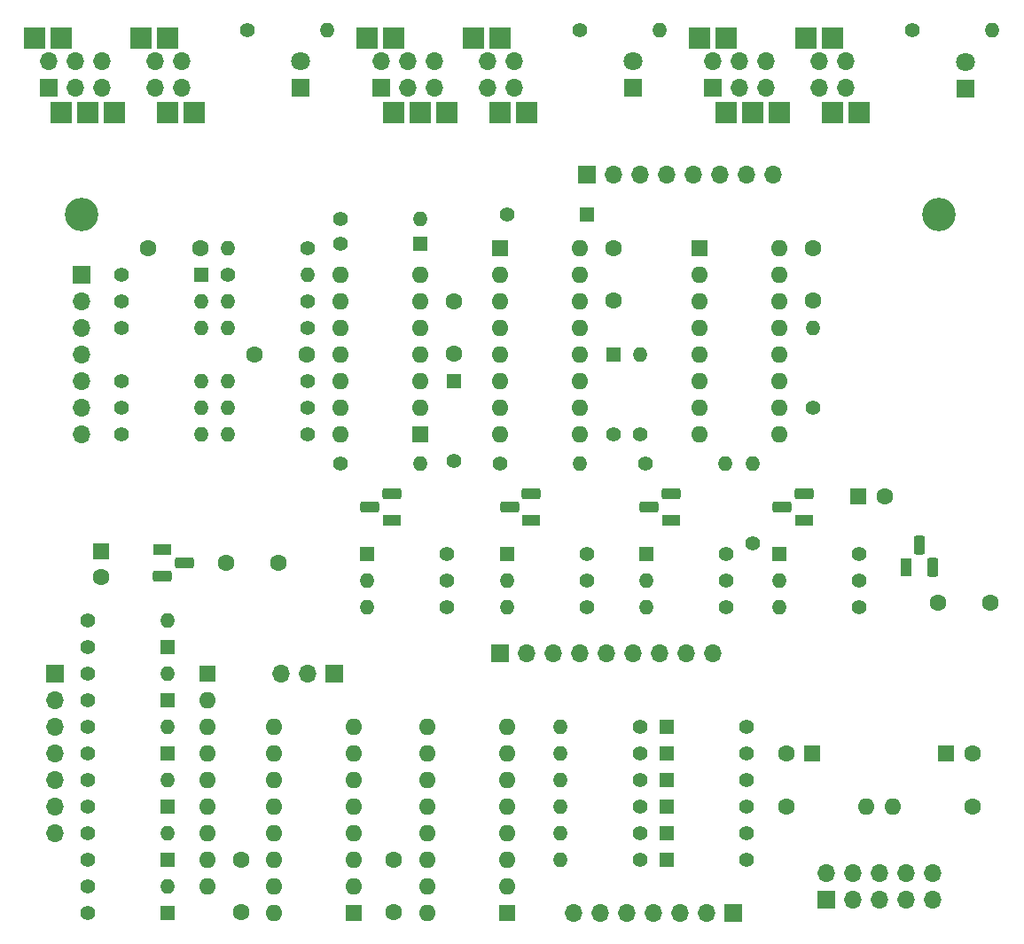
<source format=gbr>
%TF.GenerationSoftware,KiCad,Pcbnew,7.0.10*%
%TF.CreationDate,2024-11-14T14:37:11+00:00*%
%TF.ProjectId,DividerSwitch-R,44697669-6465-4725-9377-697463682d52,rev?*%
%TF.SameCoordinates,Original*%
%TF.FileFunction,Soldermask,Top*%
%TF.FilePolarity,Negative*%
%FSLAX46Y46*%
G04 Gerber Fmt 4.6, Leading zero omitted, Abs format (unit mm)*
G04 Created by KiCad (PCBNEW 7.0.10) date 2024-11-14 14:37:11*
%MOMM*%
%LPD*%
G01*
G04 APERTURE LIST*
G04 Aperture macros list*
%AMRoundRect*
0 Rectangle with rounded corners*
0 $1 Rounding radius*
0 $2 $3 $4 $5 $6 $7 $8 $9 X,Y pos of 4 corners*
0 Add a 4 corners polygon primitive as box body*
4,1,4,$2,$3,$4,$5,$6,$7,$8,$9,$2,$3,0*
0 Add four circle primitives for the rounded corners*
1,1,$1+$1,$2,$3*
1,1,$1+$1,$4,$5*
1,1,$1+$1,$6,$7*
1,1,$1+$1,$8,$9*
0 Add four rect primitives between the rounded corners*
20,1,$1+$1,$2,$3,$4,$5,0*
20,1,$1+$1,$4,$5,$6,$7,0*
20,1,$1+$1,$6,$7,$8,$9,0*
20,1,$1+$1,$8,$9,$2,$3,0*%
G04 Aperture macros list end*
%ADD10R,1.400000X1.400000*%
%ADD11C,1.400000*%
%ADD12R,2.000000X2.000000*%
%ADD13O,1.400000X1.400000*%
%ADD14R,1.700000X1.700000*%
%ADD15O,1.700000X1.700000*%
%ADD16C,1.600000*%
%ADD17R,1.600000X1.600000*%
%ADD18O,1.600000X1.600000*%
%ADD19R,1.800000X1.100000*%
%ADD20RoundRect,0.275000X-0.625000X0.275000X-0.625000X-0.275000X0.625000X-0.275000X0.625000X0.275000X0*%
%ADD21RoundRect,0.275000X0.625000X-0.275000X0.625000X0.275000X-0.625000X0.275000X-0.625000X-0.275000X0*%
%ADD22C,3.200000*%
%ADD23R,1.100000X1.800000*%
%ADD24RoundRect,0.275000X-0.275000X-0.625000X0.275000X-0.625000X0.275000X0.625000X-0.275000X0.625000X0*%
%ADD25R,1.800000X1.800000*%
%ADD26C,1.800000*%
G04 APERTURE END LIST*
D10*
%TO.C,D20*%
X158877000Y-119126000D03*
D11*
X166497000Y-119126000D03*
%TD*%
D12*
%TO.C,REF\u002A\u002A*%
X103632000Y-60452000D03*
%TD*%
%TO.C,REF\u002A\u002A*%
X167098000Y-60452000D03*
%TD*%
%TO.C,REF\u002A\u002A*%
X174718000Y-60452000D03*
%TD*%
D10*
%TO.C,D6*%
X111252000Y-111506000D03*
D11*
X103632000Y-111506000D03*
%TD*%
D12*
%TO.C,REF\u002A\u002A*%
X142968000Y-60452000D03*
%TD*%
D11*
%TO.C,R23*%
X103632000Y-119126000D03*
D13*
X111252000Y-119126000D03*
%TD*%
D12*
%TO.C,REF\u002A\u002A*%
X174718000Y-53340000D03*
%TD*%
%TO.C,REF\u002A\u002A*%
X98552000Y-53340000D03*
%TD*%
D10*
%TO.C,D4*%
X135382000Y-73025000D03*
D11*
X127762000Y-73025000D03*
%TD*%
D14*
%TO.C,SW2*%
X131606000Y-58136000D03*
D15*
X134146000Y-58136000D03*
X141766000Y-58136000D03*
X144306000Y-58136000D03*
X136686000Y-58136000D03*
X131606000Y-55596000D03*
X134146000Y-55596000D03*
X141766000Y-55596000D03*
X144306000Y-55596000D03*
X136686000Y-55596000D03*
%TD*%
D11*
%TO.C,R1*%
X116967000Y-75946000D03*
D13*
X124587000Y-75946000D03*
%TD*%
D16*
%TO.C,C7*%
X132842000Y-131866000D03*
X132842000Y-136866000D03*
%TD*%
D11*
%TO.C,R12*%
X106807000Y-88646000D03*
D13*
X114427000Y-88646000D03*
%TD*%
D10*
%TO.C,D23*%
X158877000Y-126746000D03*
D11*
X166497000Y-126746000D03*
%TD*%
%TO.C,R10*%
X150622000Y-52578000D03*
D13*
X158242000Y-52578000D03*
%TD*%
D14*
%TO.C,J5*%
X165227000Y-136906000D03*
D15*
X162687000Y-136906000D03*
X160147000Y-136906000D03*
X157607000Y-136906000D03*
X155067000Y-136906000D03*
X152527000Y-136906000D03*
X149987000Y-136906000D03*
%TD*%
D16*
%TO.C,C6*%
X172847000Y-78446000D03*
X172847000Y-73446000D03*
%TD*%
D11*
%TO.C,R34*%
X156337000Y-124206000D03*
D13*
X148717000Y-124206000D03*
%TD*%
D11*
%TO.C,R5*%
X124587000Y-81026000D03*
D13*
X116967000Y-81026000D03*
%TD*%
D11*
%TO.C,R9*%
X124587000Y-86106000D03*
D13*
X116967000Y-86106000D03*
%TD*%
D11*
%TO.C,R31*%
X164592000Y-105156000D03*
D13*
X156972000Y-105156000D03*
%TD*%
D11*
%TO.C,R43*%
X177292000Y-107696000D03*
D13*
X169672000Y-107696000D03*
%TD*%
D17*
%TO.C,U1*%
X135382000Y-91186000D03*
D18*
X135382000Y-88646000D03*
X135382000Y-86106000D03*
X135382000Y-83566000D03*
X135382000Y-81026000D03*
X135382000Y-78486000D03*
X135382000Y-75946000D03*
X127762000Y-75946000D03*
X127762000Y-78486000D03*
X127762000Y-81026000D03*
X127762000Y-83566000D03*
X127762000Y-86106000D03*
X127762000Y-88646000D03*
X127762000Y-91186000D03*
%TD*%
D17*
%TO.C,C2*%
X185587000Y-121666000D03*
D16*
X188087000Y-121666000D03*
%TD*%
%TO.C,C5*%
X153797000Y-78446000D03*
X153797000Y-73446000D03*
%TD*%
D11*
%TO.C,R22*%
X167132000Y-101600000D03*
D13*
X167132000Y-93980000D03*
%TD*%
D11*
%TO.C,R39*%
X156337000Y-131826000D03*
D13*
X148717000Y-131826000D03*
%TD*%
D11*
%TO.C,R30*%
X151257000Y-105156000D03*
D13*
X143637000Y-105156000D03*
%TD*%
D12*
%TO.C,REF\u002A\u002A*%
X108712000Y-53340000D03*
%TD*%
D10*
%TO.C,D14*%
X156972000Y-102616000D03*
D11*
X164592000Y-102616000D03*
%TD*%
D10*
%TO.C,D10*%
X111252000Y-126746000D03*
D11*
X103632000Y-126746000D03*
%TD*%
D12*
%TO.C,REF\u002A\u002A*%
X140428000Y-53340000D03*
%TD*%
D16*
%TO.C,FB2*%
X188087000Y-126746000D03*
D18*
X180467000Y-126746000D03*
%TD*%
D10*
%TO.C,D7*%
X111252000Y-116586000D03*
D11*
X103632000Y-116586000D03*
%TD*%
D12*
%TO.C,REF\u002A\u002A*%
X111252000Y-53340000D03*
%TD*%
D14*
%TO.C,J1*%
X102997000Y-75946000D03*
D15*
X102997000Y-78486000D03*
X102997000Y-81026000D03*
X102997000Y-83566000D03*
X102997000Y-86106000D03*
X102997000Y-88646000D03*
X102997000Y-91186000D03*
%TD*%
D14*
%TO.C,SW3*%
X99847400Y-58140600D03*
D15*
X102387400Y-58140600D03*
X110007400Y-58140600D03*
X112547400Y-58140600D03*
X104927400Y-58140600D03*
X99847400Y-55600600D03*
X102387400Y-55600600D03*
X110007400Y-55600600D03*
X112547400Y-55600600D03*
X104927400Y-55600600D03*
%TD*%
D12*
%TO.C,REF\u002A\u002A*%
X164558000Y-53340000D03*
%TD*%
D10*
%TO.C,D22*%
X158877000Y-121666000D03*
D11*
X166497000Y-121666000D03*
%TD*%
D16*
%TO.C,C4*%
X119547000Y-83566000D03*
X124547000Y-83566000D03*
%TD*%
D14*
%TO.C,J2*%
X151257000Y-66421000D03*
D15*
X153797000Y-66421000D03*
X156337000Y-66421000D03*
X158877000Y-66421000D03*
X161417000Y-66421000D03*
X163957000Y-66421000D03*
X166497000Y-66421000D03*
X169037000Y-66421000D03*
%TD*%
D17*
%TO.C,C11*%
X177205000Y-97155000D03*
D16*
X179705000Y-97155000D03*
%TD*%
D17*
%TO.C,U4*%
X143637000Y-136906000D03*
D18*
X143637000Y-134366000D03*
X143637000Y-131826000D03*
X143637000Y-129286000D03*
X143637000Y-126746000D03*
X143637000Y-124206000D03*
X143637000Y-121666000D03*
X143637000Y-119126000D03*
X136017000Y-119126000D03*
X136017000Y-121666000D03*
X136017000Y-124206000D03*
X136017000Y-126746000D03*
X136017000Y-129286000D03*
X136017000Y-131826000D03*
X136017000Y-134366000D03*
X136017000Y-136906000D03*
%TD*%
D12*
%TO.C,REF\u002A\u002A*%
X113792000Y-60452000D03*
%TD*%
D11*
%TO.C,R15*%
X156337000Y-91186000D03*
D13*
X156337000Y-83566000D03*
%TD*%
D10*
%TO.C,D3*%
X138557000Y-86106000D03*
D11*
X138557000Y-93726000D03*
%TD*%
D12*
%TO.C,REF\u002A\u002A*%
X142968000Y-53340000D03*
%TD*%
D11*
%TO.C,R19*%
X127762000Y-93980000D03*
D13*
X135382000Y-93980000D03*
%TD*%
D16*
%TO.C,C3*%
X138557000Y-78486000D03*
X138557000Y-83486000D03*
%TD*%
D17*
%TO.C,U2*%
X143002000Y-73406000D03*
D18*
X143002000Y-75946000D03*
X143002000Y-78486000D03*
X143002000Y-81026000D03*
X143002000Y-83566000D03*
X143002000Y-86106000D03*
X143002000Y-88646000D03*
X143002000Y-91186000D03*
X150622000Y-91186000D03*
X150622000Y-88646000D03*
X150622000Y-86106000D03*
X150622000Y-83566000D03*
X150622000Y-81026000D03*
X150622000Y-78486000D03*
X150622000Y-75946000D03*
X150622000Y-73406000D03*
%TD*%
D10*
%TO.C,D11*%
X111252000Y-131826000D03*
D11*
X103632000Y-131826000D03*
%TD*%
%TO.C,R18*%
X106807000Y-91186000D03*
D13*
X114427000Y-91186000D03*
%TD*%
D14*
%TO.C,J4*%
X100457000Y-114046000D03*
D15*
X100457000Y-116586000D03*
X100457000Y-119126000D03*
X100457000Y-121666000D03*
X100457000Y-124206000D03*
X100457000Y-126746000D03*
X100457000Y-129286000D03*
%TD*%
D14*
%TO.C,SW1*%
X163322000Y-58140600D03*
D15*
X165862000Y-58140600D03*
X173482000Y-58140600D03*
X176022000Y-58140600D03*
X168402000Y-58140600D03*
X163322000Y-55600600D03*
X165862000Y-55600600D03*
X173482000Y-55600600D03*
X176022000Y-55600600D03*
X168402000Y-55600600D03*
%TD*%
D19*
%TO.C,U8*%
X110725000Y-102235000D03*
D20*
X112795000Y-103505000D03*
X110725000Y-104775000D03*
%TD*%
D12*
%TO.C,REF\u002A\u002A*%
X169672000Y-60452000D03*
%TD*%
%TO.C,REF\u002A\u002A*%
X172178000Y-53340000D03*
%TD*%
D10*
%TO.C,D5*%
X153797000Y-83566000D03*
D11*
X153797000Y-91186000D03*
%TD*%
%TO.C,R27*%
X172847000Y-88646000D03*
D13*
X172847000Y-81026000D03*
%TD*%
D12*
%TO.C,REF\u002A\u002A*%
X111252000Y-60452000D03*
%TD*%
D17*
%TO.C,RN1*%
X115062000Y-114046000D03*
D18*
X115062000Y-116586000D03*
X115062000Y-119126000D03*
X115062000Y-121666000D03*
X115062000Y-124206000D03*
X115062000Y-126746000D03*
X115062000Y-129286000D03*
X115062000Y-131826000D03*
X115062000Y-134366000D03*
%TD*%
D16*
%TO.C,C9*%
X114347000Y-73406000D03*
X109347000Y-73406000D03*
%TD*%
D11*
%TO.C,R16*%
X103632000Y-108966000D03*
D13*
X111252000Y-108966000D03*
%TD*%
D11*
%TO.C,R2*%
X124587000Y-78486000D03*
D13*
X116967000Y-78486000D03*
%TD*%
D11*
%TO.C,R37*%
X156337000Y-126746000D03*
D13*
X148717000Y-126746000D03*
%TD*%
D11*
%TO.C,R42*%
X164592000Y-107696000D03*
D13*
X156972000Y-107696000D03*
%TD*%
D19*
%TO.C,Q2*%
X145942000Y-99441000D03*
D21*
X143872000Y-98171000D03*
X145942000Y-96901000D03*
%TD*%
D12*
%TO.C,REF\u002A\u002A*%
X101092000Y-53340000D03*
%TD*%
D10*
%TO.C,D8*%
X111252000Y-121666000D03*
D11*
X103632000Y-121666000D03*
%TD*%
%TO.C,R17*%
X103632000Y-114046000D03*
D13*
X111252000Y-114046000D03*
%TD*%
D11*
%TO.C,R21*%
X156845000Y-93980000D03*
D13*
X164465000Y-93980000D03*
%TD*%
D11*
%TO.C,R40*%
X137922000Y-105156000D03*
D13*
X130302000Y-105156000D03*
%TD*%
D10*
%TO.C,D13*%
X143637000Y-102616000D03*
D11*
X151257000Y-102616000D03*
%TD*%
%TO.C,R38*%
X156337000Y-129286000D03*
D13*
X148717000Y-129286000D03*
%TD*%
D11*
%TO.C,R14*%
X118872000Y-52578000D03*
D13*
X126492000Y-52578000D03*
%TD*%
D10*
%TO.C,D15*%
X169672000Y-102616000D03*
D11*
X177292000Y-102616000D03*
%TD*%
D12*
%TO.C,REF\u002A\u002A*%
X162018000Y-53340000D03*
%TD*%
D11*
%TO.C,R20*%
X143002000Y-93980000D03*
D13*
X150622000Y-93980000D03*
%TD*%
D11*
%TO.C,R35*%
X156337000Y-119126000D03*
D13*
X148717000Y-119126000D03*
%TD*%
D17*
%TO.C,C1*%
X172807000Y-121666000D03*
D16*
X170307000Y-121666000D03*
%TD*%
D10*
%TO.C,D9*%
X151257000Y-70231000D03*
D11*
X143637000Y-70231000D03*
%TD*%
%TO.C,R8*%
X106807000Y-86106000D03*
D13*
X114427000Y-86106000D03*
%TD*%
D12*
%TO.C,REF\u002A\u002A*%
X164558000Y-60452000D03*
%TD*%
D10*
%TO.C,D24*%
X158877000Y-129286000D03*
D11*
X166497000Y-129286000D03*
%TD*%
D19*
%TO.C,Q3*%
X159277000Y-99441000D03*
D21*
X157207000Y-98171000D03*
X159277000Y-96901000D03*
%TD*%
D11*
%TO.C,R33*%
X103632000Y-134366000D03*
D13*
X111252000Y-134366000D03*
%TD*%
D22*
%TO.C,REF\u002A\u002A*%
X102997000Y-70231000D03*
%TD*%
D17*
%TO.C,C13*%
X104902000Y-102362000D03*
D16*
X104902000Y-104862000D03*
%TD*%
D12*
%TO.C,REF\u002A\u002A*%
X137922000Y-60452000D03*
%TD*%
D11*
%TO.C,R41*%
X151257000Y-107696000D03*
D13*
X143637000Y-107696000D03*
%TD*%
D11*
%TO.C,R7*%
X124587000Y-73406000D03*
D13*
X116967000Y-73406000D03*
%TD*%
D16*
%TO.C,C8*%
X118237000Y-131826000D03*
X118237000Y-136826000D03*
%TD*%
D11*
%TO.C,R3*%
X106807000Y-78486000D03*
D13*
X114427000Y-78486000D03*
%TD*%
D12*
%TO.C,REF\u002A\u002A*%
X101092000Y-60452000D03*
%TD*%
D11*
%TO.C,R13*%
X124587000Y-88646000D03*
D13*
X116967000Y-88646000D03*
%TD*%
D14*
%TO.C,J3*%
X143002000Y-112141000D03*
D15*
X145542000Y-112141000D03*
X148082000Y-112141000D03*
X150622000Y-112141000D03*
X153162000Y-112141000D03*
X155702000Y-112141000D03*
X158242000Y-112141000D03*
X160782000Y-112141000D03*
X163322000Y-112141000D03*
%TD*%
D11*
%TO.C,R24*%
X124587000Y-91186000D03*
D13*
X116967000Y-91186000D03*
%TD*%
D10*
%TO.C,D25*%
X158877000Y-131826000D03*
D11*
X166497000Y-131826000D03*
%TD*%
D17*
%TO.C,U5*%
X129032000Y-136906000D03*
D18*
X129032000Y-134366000D03*
X129032000Y-131826000D03*
X129032000Y-129286000D03*
X129032000Y-126746000D03*
X129032000Y-124206000D03*
X129032000Y-121666000D03*
X129032000Y-119126000D03*
X121412000Y-119126000D03*
X121412000Y-121666000D03*
X121412000Y-124206000D03*
X121412000Y-126746000D03*
X121412000Y-129286000D03*
X121412000Y-131826000D03*
X121412000Y-134366000D03*
X121412000Y-136906000D03*
%TD*%
D11*
%TO.C,R28*%
X103632000Y-129286000D03*
D13*
X111252000Y-129286000D03*
%TD*%
D11*
%TO.C,R6*%
X182372000Y-52578000D03*
D13*
X189992000Y-52578000D03*
%TD*%
D16*
%TO.C,C12*%
X116840000Y-103505000D03*
X121840000Y-103505000D03*
%TD*%
D11*
%TO.C,R29*%
X137922000Y-107696000D03*
D13*
X130302000Y-107696000D03*
%TD*%
D22*
%TO.C,REF\u002A\u002A*%
X184912000Y-70231000D03*
%TD*%
D16*
%TO.C,C10*%
X184785000Y-107315000D03*
X189785000Y-107315000D03*
%TD*%
D11*
%TO.C,R4*%
X106807000Y-81026000D03*
D13*
X114427000Y-81026000D03*
%TD*%
D11*
%TO.C,R36*%
X156337000Y-121666000D03*
D13*
X148717000Y-121666000D03*
%TD*%
D12*
%TO.C,REF\u002A\u002A*%
X130268000Y-53340000D03*
%TD*%
D10*
%TO.C,D12*%
X130302000Y-102616000D03*
D11*
X137922000Y-102616000D03*
%TD*%
D23*
%TO.C,U7*%
X181737000Y-103905000D03*
D24*
X183007000Y-101835000D03*
X184277000Y-103905000D03*
%TD*%
D12*
%TO.C,REF\u002A\u002A*%
X106172000Y-60452000D03*
%TD*%
D14*
%TO.C,J6*%
X174117000Y-135636000D03*
D15*
X174117000Y-133096000D03*
X176657000Y-135636000D03*
X176657000Y-133096000D03*
X179197000Y-135636000D03*
X179197000Y-133096000D03*
X181737000Y-135636000D03*
X181737000Y-133096000D03*
X184277000Y-135636000D03*
X184277000Y-133096000D03*
%TD*%
D10*
%TO.C,D16*%
X111252000Y-136906000D03*
D11*
X103632000Y-136906000D03*
%TD*%
D14*
%TO.C,J16*%
X127127000Y-114046000D03*
D15*
X124587000Y-114046000D03*
X122047000Y-114046000D03*
%TD*%
D11*
%TO.C,R11*%
X127762000Y-70612000D03*
D13*
X135382000Y-70612000D03*
%TD*%
D12*
%TO.C,REF\u002A\u002A*%
X132808000Y-60452000D03*
%TD*%
D19*
%TO.C,Q4*%
X171977000Y-99441000D03*
D21*
X169907000Y-98171000D03*
X171977000Y-96901000D03*
%TD*%
D10*
%TO.C,D19*%
X158877000Y-124206000D03*
D11*
X166497000Y-124206000D03*
%TD*%
D12*
%TO.C,REF\u002A\u002A*%
X132808000Y-53340000D03*
%TD*%
%TO.C,REF\u002A\u002A*%
X177258000Y-60452000D03*
%TD*%
%TO.C,REF\u002A\u002A*%
X145508000Y-60452000D03*
%TD*%
D19*
%TO.C,Q1*%
X132607000Y-99441000D03*
D21*
X130537000Y-98171000D03*
X132607000Y-96901000D03*
%TD*%
D10*
%TO.C,D2*%
X114427000Y-75946000D03*
D11*
X106807000Y-75946000D03*
%TD*%
D16*
%TO.C,FB1*%
X170307000Y-126746000D03*
D18*
X177927000Y-126746000D03*
%TD*%
D11*
%TO.C,R32*%
X177292000Y-105156000D03*
D13*
X169672000Y-105156000D03*
%TD*%
D17*
%TO.C,U3*%
X162052000Y-73406000D03*
D18*
X162052000Y-75946000D03*
X162052000Y-78486000D03*
X162052000Y-81026000D03*
X162052000Y-83566000D03*
X162052000Y-86106000D03*
X162052000Y-88646000D03*
X162052000Y-91186000D03*
X169672000Y-91186000D03*
X169672000Y-88646000D03*
X169672000Y-86106000D03*
X169672000Y-83566000D03*
X169672000Y-81026000D03*
X169672000Y-78486000D03*
X169672000Y-75946000D03*
X169672000Y-73406000D03*
%TD*%
D11*
%TO.C,R26*%
X103632000Y-124206000D03*
D13*
X111252000Y-124206000D03*
%TD*%
D12*
%TO.C,REF\u002A\u002A*%
X135348000Y-60452000D03*
%TD*%
D25*
%TO.C,D21*%
X123918000Y-58136000D03*
D26*
X123918000Y-55596000D03*
%TD*%
D25*
%TO.C,D18*%
X155668000Y-58136000D03*
D26*
X155668000Y-55596000D03*
%TD*%
D25*
%TO.C,D17*%
X187384000Y-58212000D03*
D26*
X187384000Y-55672000D03*
%TD*%
M02*

</source>
